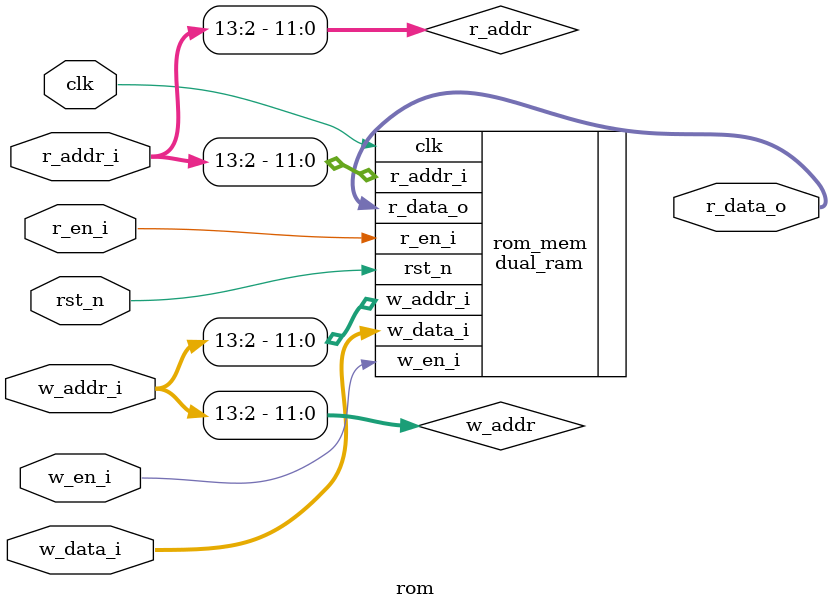
<source format=v>
module rom(
    input wire 			clk			,
    input wire 			rst_n		,
    input wire 			w_en_i		,
    input wire [32-1:0] w_addr_i	,
    input wire [32-1:0] w_data_i	,
    input wire 			r_en_i		,
    input wire [32-1:0] r_addr_i	,
    output wire [32-1:0] r_data_o	
);

	wire[11:0] w_addr; 
	assign w_addr = w_addr_i[13:2];
	wire[11:0] r_addr; 
	assign r_addr = r_addr_i[13:2];

dual_ram #(
    .DW(32),
    .AW(12),
    .MEM_NUM(4096)
)rom_mem
(
    .clk(clk),
    .rst_n(rst_n),
    .w_en_i(w_en_i),
    .w_addr_i(w_addr),
    .w_data_i(w_data_i),
    .r_en_i(r_en_i),
    .r_addr_i(r_addr),
    .r_data_o(r_data_o)
);

	
endmodule
</source>
